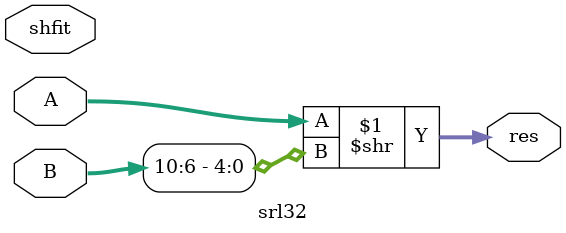
<source format=v>
`timescale 1ns / 1ps
module srl32(input [31:0] A,
				 input [31:0] B,
				 input [4:0] shfit,
				 output [31:0] res
				);
	
	assign res = A >> B[10:6];	//32Î»ÊýÓÒÒÆ¡£SP3ÒÆ1Î»,SWordÒÆshfitÎ»£¬ÐèÒªÐÞ¸ÄÂß¼­·ûºÅ£¬Ôö¼Óshfit¶Ë¿Ú

endmodule

</source>
